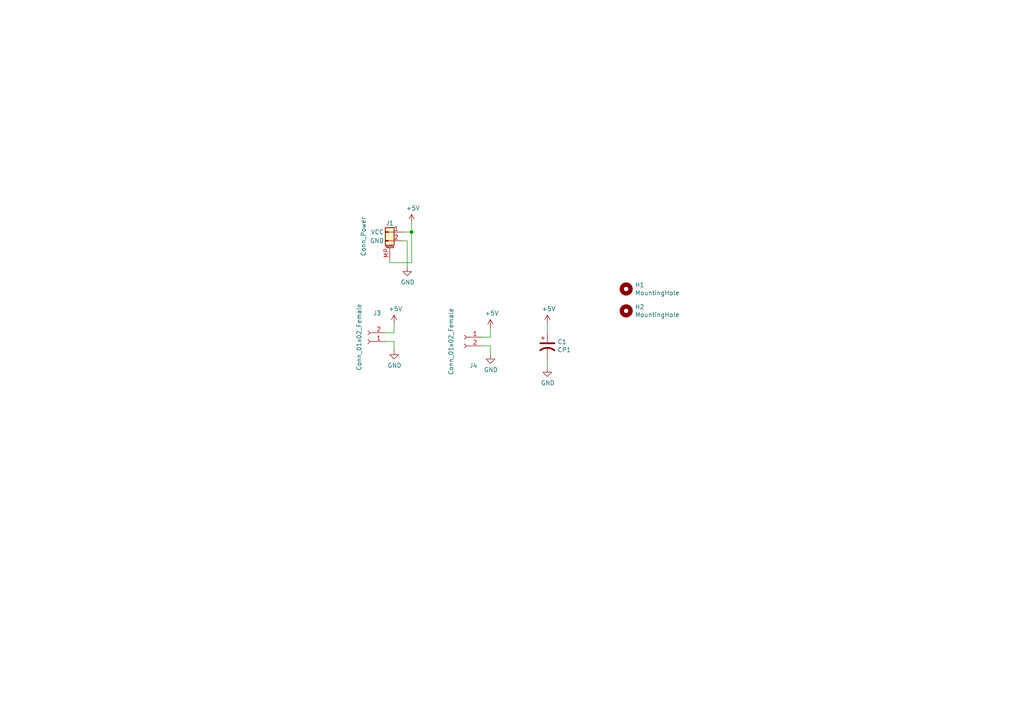
<source format=kicad_sch>
(kicad_sch (version 20211123) (generator eeschema)
  (paper "A4")
  (lib_symbols
    (symbol "Connector:Conn_01x02_Female" (pin_names (offset 1.016) hide)
      (property "Reference" "J" (at 0 2.54 0))
      (property "Value" "Conn_01x02_Female" (at 0 -5.08 0))
      (symbol "Conn_01x02_Female_1_1"
        (arc (start 0 -2.032) (mid -0.508 -2.54) (end 0 -3.048) (stroke (width 0.1524)))
        (polyline (pts (xy -1.27 -2.54) (xy -0.508 -2.54)) (stroke (width 0.1524)))
        (polyline (pts (xy -1.27 0) (xy -0.508 0)) (stroke (width 0.1524)))
        (arc (start 0 0.508) (mid -0.508 0) (end 0 -0.508) (stroke (width 0.1524)))
        (pin passive line (at -5.08 0 0) (length 3.81) (name "Pin_1") (number "1"))
        (pin passive line (at -5.08 -2.54 0) (length 3.81) (name "Pin_2") (number "2"))
      )
    )
    (symbol "Device:CP1" (pin_numbers hide) (pin_names (offset 0.254) hide)
      (property "Reference" "C" (at 0.635 2.54 0))
      (property "Value" "Device_CP1" (at 0.635 -2.54 0))
      (symbol "CP1_0_1"
        (polyline (pts (xy -2.032 0.762) (xy 2.032 0.762)) (stroke (width 0.508)))
        (polyline (pts (xy -1.778 2.286) (xy -0.762 2.286)))
        (polyline (pts (xy -1.27 1.778) (xy -1.27 2.794)))
        (arc (start 2.032 -1.27) (mid 0 -0.5572) (end -2.032 -1.27) (stroke (width 0.508)))
      )
      (symbol "CP1_1_1"
        (pin passive line (at 0 3.81 270) (length 2.794) (name "~") (number "1"))
        (pin passive line (at 0 -3.81 90) (length 3.302) (name "~") (number "2"))
      )
    )
    (symbol "Mechanical:MountingHole" (pin_names (offset 1.016))
      (property "Reference" "H" (at 0 5.08 0))
      (property "Value" "MountingHole" (at 0 3.175 0))
      (symbol "MountingHole_0_1"
        (circle (center 0 0) (radius 1.27) (stroke (width 1.27)))
      )
    )
    (symbol "power:+5V" (power) (pin_names (offset 0))
      (property "Value" "+5V" (at 0 3.556 0))
      (symbol "+5V_0_1"
        (polyline (pts (xy -0.762 1.27) (xy 0 2.54)))
        (polyline (pts (xy 0 0) (xy 0 2.54)))
        (polyline (pts (xy 0 2.54) (xy 0.762 1.27)))
      )
      (symbol "+5V_1_1"
        (pin power_in line (at 0 0 90) (length 0) hide (name "+5V") (number "1"))
      )
    )
    (symbol "power:GND" (power) (pin_names (offset 0))
      (property "Value" "GND" (at 0 -3.81 0))
      (symbol "GND_0_1"
        (polyline (pts (xy 0 0) (xy 0 -1.27) (xy 1.27 -1.27) (xy 0 -2.54) (xy -1.27 -1.27) (xy 0 -1.27)))
      )
      (symbol "GND_1_1"
        (pin power_in line (at 0 0 270) (length 0) hide (name "GND") (number "1"))
      )
    )
    (symbol "riscv-serial:Conn_Power" (pin_names (offset 1.651))
      (property "Reference" "J" (at -5.08 -5.08 0))
      (property "Value" "Conn_Power" (at -7.62 0 90))
      (symbol "Conn_Power_1_1"
        (rectangle (start -1.27 2.54) (end 1.27 -2.54) (stroke (width 0.254)) (fill (type background)))
        (rectangle (start -0.4064 -1.143) (end -1.27 -1.397) (stroke (width 0.1524)) (fill (type outline)))
        (rectangle (start -0.4064 1.397) (end -1.27 1.143) (stroke (width 0.1524)) (fill (type outline)))
        (polyline (pts (xy -1.016 -3.302) (xy 1.016 -3.302)) (stroke (width 0.1524)))
        (polyline (pts (xy 0 -1.27) (xy -0.4064 -1.27)) (stroke (width 0.1524)))
        (polyline (pts (xy 0 1.27) (xy -0.4064 1.27)) (stroke (width 0.1524)))
        (text "Mounting" (at 0 -2.921 0) (effects (font (size 0.381 0.381))))
        (pin passive line (at 3.81 1.27 180) (length 3.81) (name "VCC") (number "1"))
        (pin passive line (at 3.81 -1.27 180) (length 3.81) (name "GND") (number "2"))
        (pin passive line (at 0 -6.35 90) (length 3.048) (name "~") (number "MP"))
      )
    )
  )
  (junction (at 119.38 67.31))
  (wire (pts (xy 142.24 97.79) (xy 139.7 97.79)))
  (wire (pts (xy 158.75 104.14) (xy 158.75 106.68)))
  (wire (pts (xy 118.11 69.85) (xy 116.84 69.85)))
  (wire (pts (xy 113.03 74.93) (xy 113.03 76.2)))
  (wire (pts (xy 142.24 100.33) (xy 142.24 102.87)))
  (wire (pts (xy 114.3 96.52) (xy 111.76 96.52)))
  (wire (pts (xy 111.76 99.06) (xy 114.3 99.06)))
  (wire (pts (xy 158.75 93.98) (xy 158.75 96.52)))
  (wire (pts (xy 114.3 93.98) (xy 114.3 96.52)))
  (wire (pts (xy 114.3 99.06) (xy 114.3 101.6)))
  (wire (pts (xy 116.84 67.31) (xy 119.38 67.31)))
  (wire (pts (xy 119.38 76.2) (xy 119.38 67.31)))
  (wire (pts (xy 119.38 67.31) (xy 119.38 64.77)))
  (wire (pts (xy 139.7 100.33) (xy 142.24 100.33)))
  (wire (pts (xy 113.03 76.2) (xy 119.38 76.2)))
  (wire (pts (xy 118.11 69.85) (xy 118.11 77.47)))
  (wire (pts (xy 142.24 95.25) (xy 142.24 97.79)))
  (symbol (lib_id "riscv-serial:Conn_Power") (at 113.03 68.58 0) (unit 1)
    (property "Reference" "J1" (at 113.03 64.77 0))
    (property "Value" "Conn_Power" (at 105.41 68.58 90))
    (property "Footprint" "Connector_JST:JST_PH_S2B-PH-SM4-TB_1x02-1MP_P2.00mm_Horizontal" (effects hide))
  )
  (symbol (lib_id "power:GND") (at 118.11 77.47 0) (unit 1)
    (property "Reference" "#PWR03" (effects hide))
    (property "Value" "GND" (at 118.237 81.8642 0))
  )
  (symbol (lib_id "power:+5V") (at 119.38 64.77 0) (unit 1)
    (property "Reference" "#PWR01" (effects hide))
    (property "Value" "+5V" (at 119.761 60.3758 0))
  )
  (symbol (lib_id "Connector:Conn_01x02_Female") (at 106.68 99.06 180) (unit 1)
    (property "Reference" "J3" (at 109.3724 90.805 0))
    (property "Value" "Conn_01x02_Female" (at 104.14 97.79 90))
    (property "Footprint" "riscv-serial:TerminalBlock_01x02_p5.08" (effects hide))
    (property "Datasheet" "https://www.mouser.se/datasheet/2/670/tb007-508-1550621.pdf" (effects hide))
  )
  (symbol (lib_id "Connector:Conn_01x02_Female") (at 134.62 97.79 0) (mirror y) (unit 1)
    (property "Reference" "J4" (at 137.3124 106.045 0))
    (property "Value" "Conn_01x02_Female" (at 130.81 99.06 90))
    (property "Footprint" "riscv-serial:TerminalBlock_01x02_p5.08" (effects hide))
    (property "Datasheet" "https://www.mouser.se/datasheet/2/670/tb007-508-1550621.pdf" (effects hide))
  )
  (symbol (lib_id "Device:CP1") (at 158.75 100.33 0) (unit 1)
    (property "Reference" "C1" (at 161.671 99.1616 0) (effects (justify left)))
    (property "Value" "CP1" (at 161.671 101.473 0) (effects (justify left)))
    (property "Footprint" "Capacitor_SMD:CP_Elec_5x5.3" (effects hide))
  )
  (symbol (lib_id "power:+5V") (at 114.3 93.98 0) (unit 1)
    (property "Reference" "#PWR05" (effects hide))
    (property "Value" "+5V" (at 114.681 89.5858 0))
  )
  (symbol (lib_id "power:GND") (at 114.3 101.6 0) (unit 1)
    (property "Reference" "#PWR08" (effects hide))
    (property "Value" "GND" (at 114.427 105.9942 0))
  )
  (symbol (lib_id "power:+5V") (at 142.24 95.25 0) (unit 1)
    (property "Reference" "#PWR07" (effects hide))
    (property "Value" "+5V" (at 142.621 90.8558 0))
  )
  (symbol (lib_id "power:GND") (at 142.24 102.87 0) (unit 1)
    (property "Reference" "#PWR09" (effects hide))
    (property "Value" "GND" (at 142.367 107.2642 0))
  )
  (symbol (lib_id "power:+5V") (at 158.75 93.98 0) (unit 1)
    (property "Reference" "#PWR06" (effects hide))
    (property "Value" "+5V" (at 159.131 89.5858 0))
  )
  (symbol (lib_id "power:GND") (at 158.75 106.68 0) (unit 1)
    (property "Reference" "#PWR010" (effects hide))
    (property "Value" "GND" (at 158.877 111.0742 0))
  )
  (symbol (lib_id "Mechanical:MountingHole") (at 181.61 83.82 0) (unit 1)
    (property "Reference" "H1" (at 184.15 82.6516 0) (effects (justify left)))
    (property "Value" "MountingHole" (at 184.15 84.963 0) (effects (justify left)))
    (property "Footprint" "MountingHole:MountingHole_3.2mm_M3" (effects hide))
  )
  (symbol (lib_id "Mechanical:MountingHole") (at 181.61 90.17 0) (unit 1)
    (property "Reference" "H2" (at 184.15 89.0016 0) (effects (justify left)))
    (property "Value" "MountingHole" (at 184.15 91.313 0) (effects (justify left)))
    (property "Footprint" "MountingHole:MountingHole_3.2mm_M3" (effects hide))
  )
)
</source>
